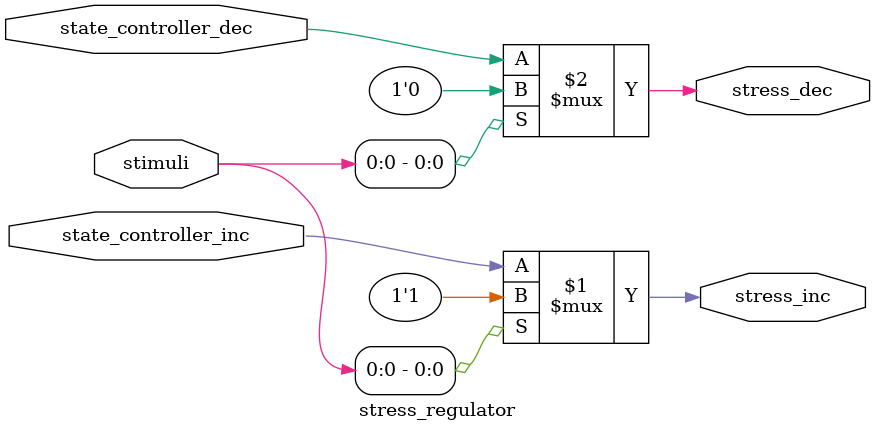
<source format=v>
`default_nettype none

module stress_regulator (
    input wire state_controller_inc,
    input wire state_controller_dec,
    input wire [6:0] stimuli,
    output wire stress_inc, 
    output wire stress_dec
);

    // Currently no complex decision
    assign stress_inc = stimuli[0] ? 1'b1 : state_controller_inc;
    assign stress_dec = stimuli[0] ? 1'b0 : state_controller_dec;

endmodule
</source>
